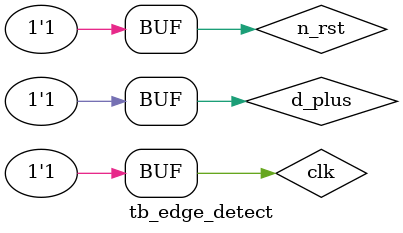
<source format=sv>
`timescale 1ns / 10 ps
module tb_edge_detect
();
	reg clk = 1;
	reg  n_rst;
	reg  d_plus;
	reg  d_edge;

//Clock
always
begin
	#5 clk = 0;
	#5 clk = 1;
end

initial
begin
//Test1
	n_rst = 0;
	d_plus = 0;
	#10;
	n_rst = 1;
	d_plus = 1;
	#10;
	d_plus = 1;
	#10;
	d_plus = 1;
	#10;
	d_plus = 0;
	#10;
	d_plus = 0;
	#10;
	d_plus = 1;
	#10;
	d_plus = 1;
	#10;
	d_plus = 0;
	#10;
	d_plus = 1;
	#10;
end

edge_detect A0(clk, n_rst, d_plus, d_edge);


endmodule



</source>
